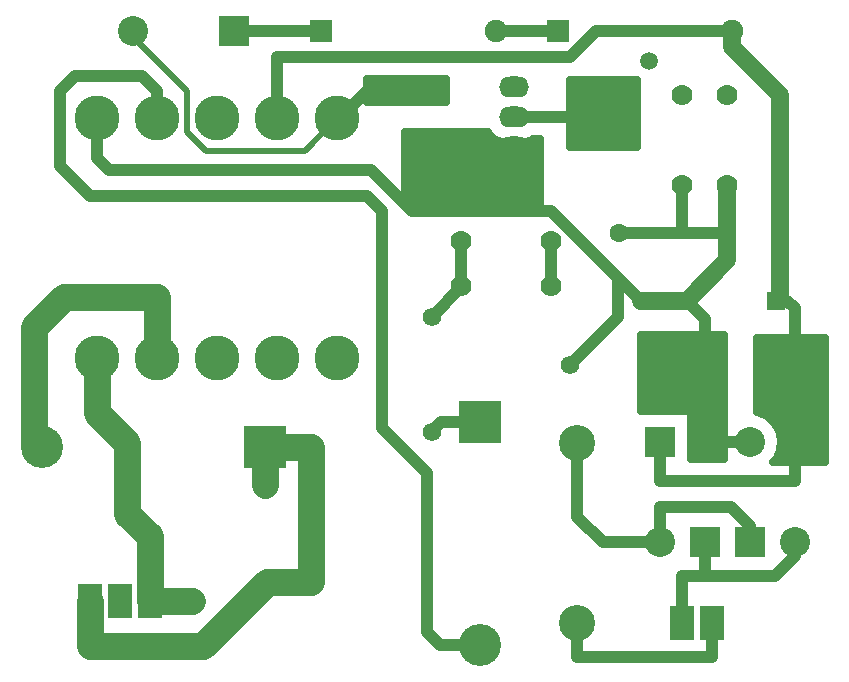
<source format=gbr>
G04 DipTrace 4.1.2.0*
G04 SyedBottom.gbr*
%MOIN*%
G04 #@! TF.FileFunction,Copper,L2,Bot*
G04 #@! TF.Part,Single*
G04 #@! TA.AperFunction,Conductor*
%ADD13C,0.04*%
%ADD14C,0.06*%
%ADD15C,0.02*%
%ADD16C,0.09*%
G04 #@! TA.AperFunction,CopperBalancing*
%ADD17C,0.025*%
G04 #@! TA.AperFunction,ComponentPad*
%ADD18R,0.059055X0.059055*%
%ADD19C,0.059055*%
%ADD21C,0.062992*%
%ADD22R,0.062992X0.062992*%
%ADD23R,0.14X0.14*%
%ADD24C,0.14*%
%ADD25R,0.075X0.075*%
%ADD26C,0.075*%
%ADD27R,0.1X0.1*%
%ADD28C,0.1*%
%ADD29C,0.12*%
%ADD30R,0.07874X0.11811*%
%ADD31C,0.059055*%
%ADD32C,0.07*%
%ADD33C,0.07*%
%ADD34C,0.15*%
%ADD35R,0.1X0.07*%
%ADD36O,0.1X0.07*%
G04 #@! TA.AperFunction,ViaPad*
%ADD37C,0.062*%
%FSLAX26Y26*%
G04*
G70*
G90*
G75*
G01*
G04 Bottom*
%LPD*%
X2612500Y-1880020D2*
G54D13*
Y-1825000D1*
X2550000Y-1762500D1*
X2312500D1*
Y-1880020D1*
X2122353D1*
X2037500Y-1795167D1*
Y-1550000D1*
X437500Y-465945D2*
Y-600000D1*
X475000Y-637500D1*
X1350000D1*
X1487500Y-775000D1*
X1534298D1*
X1950000D1*
X2172533Y-997533D1*
X2250003Y-1075003D1*
G54D14*
X2402362D1*
X2175000Y-850000D2*
G54D13*
X2387500D1*
Y-687500D1*
Y-850000D2*
X2537500D1*
G54D14*
Y-687500D1*
Y-850000D2*
Y-939865D1*
X2402362Y-1075003D1*
X1525001Y-562504D2*
G54D15*
Y-662501D1*
X1525004Y-662504D1*
X1525001Y-562504D2*
X1825001D1*
Y-562496D1*
X1825004Y-667496D1*
X1525004Y-662504D2*
G54D13*
Y-765706D1*
X1534298Y-775000D1*
X2612500Y-1544980D2*
X2462500D1*
Y-1135140D1*
X2402362Y-1075003D1*
X2012500Y-1287500D2*
X2172533Y-1127467D1*
Y-997533D1*
X2553839Y-175000D2*
G54D14*
Y-228839D1*
X2712500Y-387500D1*
Y-612500D1*
Y-1060135D1*
G54D13*
X2697638Y-1074997D1*
X2553839Y-175000D2*
X2100000D1*
X2012500Y-262500D1*
X1037500D1*
Y-465945D1*
X2712500Y-612500D2*
G54D14*
D3*
X2762500Y-1544980D2*
G54D13*
Y-1675000D1*
X2312500D1*
Y-1544980D1*
X2762500D2*
Y-1100000D1*
X2737497Y-1074997D1*
X2697638D1*
X1712500Y-2220945D2*
X1579055D1*
X1537500Y-2179390D1*
Y-1650000D1*
X1387500Y-1500000D1*
Y-775000D1*
X1337500Y-725000D1*
X412500D1*
X312500Y-625000D1*
Y-375000D1*
X362500Y-325000D1*
X587500D1*
X637500Y-375000D1*
Y-465945D1*
X254134Y-1562500D2*
G54D16*
X225000D1*
Y-1162500D1*
X325000Y-1062500D1*
X637500D1*
Y-1265945D1*
X1237500Y-465945D2*
G54D13*
X1246555D1*
X1349996Y-362504D1*
X1524996D1*
X557480Y-175000D2*
G54D15*
Y-194980D1*
X737500Y-375000D1*
Y-512500D1*
X800000Y-575000D1*
X1128445D1*
X1237500Y-465945D1*
X892520Y-175000D2*
G54D13*
X1183661Y-175009D1*
X1766339Y-174991D2*
X1971161Y-175000D1*
X437500Y-1265945D2*
G54D16*
Y-1450000D1*
X537500Y-1550000D1*
Y-1784081D1*
X612500Y-1859081D1*
Y-2075000D1*
X751969D1*
X1650000Y-875000D2*
G54D13*
Y-1025000D1*
X1551969Y-1126969D2*
X1650000Y-1028937D1*
Y-1025000D1*
X1551969Y-1510531D2*
X1583287Y-1479213D1*
X1712500D1*
X1950000Y-875000D2*
Y-1025000D1*
X1824999Y-462496D2*
X2062497D1*
X2074993Y-450000D1*
X2175000D1*
X2037500Y-2150000D2*
Y-2262500D1*
X2487500D1*
Y-2150000D1*
X2462500Y-1880020D2*
Y-1991911D1*
X2387500D1*
Y-2150000D1*
X2762500Y-1880020D2*
Y-1925000D1*
X2695589Y-1991911D1*
X2462500D1*
X995866Y-1689469D2*
G54D16*
Y-1562500D1*
X1150000D1*
Y-2012500D1*
X1001709D1*
X789209Y-2225000D1*
X412500D1*
Y-2075000D1*
G54D37*
X2012500Y-1287500D3*
X751969Y-2075000D3*
X1551969Y-1126969D3*
Y-1510531D3*
X995866Y-1689469D3*
X1465009Y-537369D2*
G54D17*
X1761257D1*
X1888748D2*
X1909996D1*
X1465009Y-562238D2*
X1909996D1*
X1465009Y-587106D2*
X1909996D1*
X1465009Y-611975D2*
X1909996D1*
X1465009Y-636844D2*
X1909996D1*
X1465009Y-661713D2*
X1909996D1*
X1465009Y-686581D2*
X1909996D1*
X1465009Y-711450D2*
X1909996D1*
X1465009Y-736319D2*
X1909996D1*
X1665386Y-761188D2*
X1909996D1*
X1832501Y-550496D2*
X1810001Y-550497D1*
X1800831Y-550018D1*
X1791761Y-548587D1*
X1782890Y-546218D1*
X1774314Y-542937D1*
X1766126Y-538781D1*
X1758416Y-533794D1*
X1751268Y-528030D1*
X1744759Y-521554D1*
X1738961Y-514434D1*
X1737699Y-512505D1*
X1493293Y-512500D1*
X1462496D1*
X1462500Y-750636D1*
X1912499Y-774324D1*
X1912500Y-535499D1*
X1889148Y-535496D1*
X1884627Y-538341D1*
X1876480Y-542577D1*
X1867937Y-545944D1*
X1859091Y-548400D1*
X1850035Y-549923D1*
X1840870Y-550492D1*
X1832501Y-550496D1*
X2640009Y-1224869D2*
X2860003D1*
X2640009Y-1249738D2*
X2860003D1*
X2640009Y-1274606D2*
X2860003D1*
X2640009Y-1299475D2*
X2860003D1*
X2640009Y-1324344D2*
X2860003D1*
X2640009Y-1349213D2*
X2860003D1*
X2640009Y-1374081D2*
X2860003D1*
X2640009Y-1398950D2*
X2860003D1*
X2640009Y-1423819D2*
X2860003D1*
X2651564Y-1448688D2*
X2860003D1*
X2689206Y-1473556D2*
X2860003D1*
X2706879Y-1498425D2*
X2860003D1*
X2715689Y-1523294D2*
X2860003D1*
X2717949Y-1548163D2*
X2860003D1*
X2714110Y-1573031D2*
X2860003D1*
X2703362Y-1597900D2*
X2860003D1*
X2715091Y-1554155D2*
X2713856Y-1563314D1*
X2711804Y-1572325D1*
X2708953Y-1581117D1*
X2705325Y-1589617D1*
X2700950Y-1597759D1*
X2695864Y-1605475D1*
X2690268Y-1612499D1*
X2862501Y-1612500D1*
X2862500Y-1200005D1*
X2637499Y-1200000D1*
X2637500Y-1445052D1*
X2644273Y-1447004D1*
X2652928Y-1450245D1*
X2661257Y-1454251D1*
X2669193Y-1458987D1*
X2676673Y-1464415D1*
X2683636Y-1470492D1*
X2690028Y-1477168D1*
X2695794Y-1484391D1*
X2700890Y-1492101D1*
X2705274Y-1500238D1*
X2708912Y-1508734D1*
X2711773Y-1517522D1*
X2713835Y-1526531D1*
X2715080Y-1535689D1*
X2715500Y-1544980D1*
X2715091Y-1554155D1*
X2252509Y-1212369D2*
X2522508D1*
X2252509Y-1237238D2*
X2522508D1*
X2252509Y-1262106D2*
X2522508D1*
X2252509Y-1286975D2*
X2522508D1*
X2252509Y-1311844D2*
X2522508D1*
X2252509Y-1336713D2*
X2522508D1*
X2252509Y-1361581D2*
X2522508D1*
X2252509Y-1386450D2*
X2522508D1*
X2252509Y-1411319D2*
X2522508D1*
X2252509Y-1436188D2*
X2522508D1*
X2418007Y-1461056D2*
X2522508D1*
X2418007Y-1485925D2*
X2522508D1*
X2418007Y-1510794D2*
X2522508D1*
X2418007Y-1535663D2*
X2522508D1*
X2418007Y-1560531D2*
X2522508D1*
X2418007Y-1585400D2*
X2522508D1*
X2250004Y-1441980D2*
X2415500D1*
Y-1601997D1*
X2525008Y-1602000D1*
X2525000Y-1483070D1*
Y-1187500D1*
X2250009D1*
X2250000Y-1266606D1*
Y-1441978D1*
X1340009Y-337369D2*
X1597501D1*
X1340009Y-362238D2*
X1597501D1*
X1340009Y-387106D2*
X1597501D1*
X1340009Y-411975D2*
X1597501D1*
X1600008Y-335500D2*
X1337497D1*
X1337500Y-412499D1*
X1600003Y-412500D1*
X1600000Y-335503D1*
X2015009Y-362369D2*
X2235003D1*
X2015009Y-387238D2*
X2235003D1*
X2015009Y-412106D2*
X2235003D1*
X2015009Y-436975D2*
X2235003D1*
X2015009Y-461844D2*
X2235003D1*
X2015009Y-486713D2*
X2235003D1*
X2015009Y-511581D2*
X2235003D1*
X2015009Y-536450D2*
X2235003D1*
X2015009Y-561319D2*
X2235003D1*
X2237492Y-337500D2*
X2012499D1*
X2012500Y-562503D1*
X2237501Y-562500D1*
X2237500Y-337499D1*
G54D18*
X2697638Y-1074997D3*
G54D19*
X2402362Y-1075003D3*
G54D21*
X2175000Y-850000D3*
G54D22*
Y-450000D3*
G54D23*
X1712500Y-1479213D3*
G54D24*
Y-2220945D3*
G54D25*
X1971161Y-175000D3*
G54D26*
X2553839D3*
G54D25*
X1183661Y-175009D3*
G54D26*
X1766339Y-174991D3*
G54D27*
X892520Y-175000D3*
G54D28*
X557480D3*
G54D23*
X995866Y-1562500D3*
G54D24*
X254134D3*
G54D27*
X2312500Y-1544980D3*
G54D28*
Y-1880020D3*
G54D27*
X2462500D3*
G54D28*
Y-1544980D3*
G54D27*
X2612500Y-1880020D3*
G54D28*
Y-1544980D3*
G54D27*
X2762500D3*
G54D28*
Y-1880020D3*
G54D29*
X2037500Y-2150000D3*
Y-1550000D3*
G54D30*
X2487500Y-2150000D3*
X2387500D3*
X612500Y-2075000D3*
X512500D3*
X412500D3*
G54D31*
X2275000Y-275000D3*
X2712500Y-612500D3*
G54D32*
X1650000Y-875000D3*
G54D33*
X1950000D3*
G54D32*
X1650000Y-1025000D3*
G54D33*
X1950000D3*
G54D32*
X2387500Y-387500D3*
G54D33*
Y-687500D3*
G54D32*
X2537500Y-387500D3*
G54D33*
Y-687500D3*
G54D34*
X837500Y-1265945D3*
X637500Y-465945D3*
X437500Y-1265945D3*
X637500D3*
X437500Y-465945D3*
X837500D3*
X1037500D3*
X1237500D3*
X1037500Y-1265945D3*
X1237500D3*
G54D35*
X1825003Y-667497D3*
G54D36*
X1825001Y-562497D3*
X1824997Y-362497D3*
X1524997Y-362503D3*
X1824999Y-462497D3*
X1525001Y-562503D3*
X1525003Y-662503D3*
M02*

</source>
